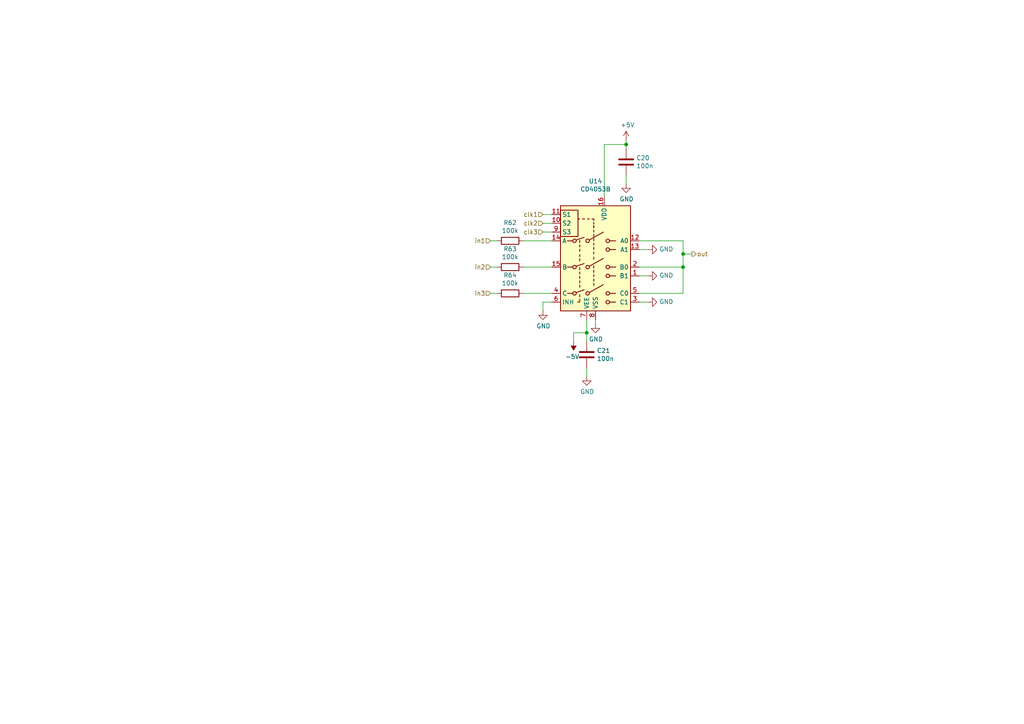
<source format=kicad_sch>
(kicad_sch (version 20231120) (generator "eeschema") (generator_version "8.0")
  (paper "A4")
  (lib_symbols
    (symbol "Analog_Switch:CD4053B"
      (property "Reference" "U" (at -10.16 16.51 0))
      (property "Value" "CD4053B" (at 3.81 16.51 0))
      (symbol "CD4053B_0_1"
        (rectangle (start -10.16 6.35) (end -5.08 13.97) (stroke (width 0.254)))
        (rectangle (start -10.16 15.24) (end 10.16 -15.24) (stroke (width 0.254)) (fill (type background)))
        (circle (center -6.096 -10.16) (radius 0.508) (stroke (width 0.254)))
        (circle (center -6.096 -2.54) (radius 0.508) (stroke (width 0.254)))
        (circle (center -6.096 5.08) (radius 0.508) (stroke (width 0.254)))
        (circle (center -2.286 -10.16) (radius 0.508) (stroke (width 0.254)))
        (circle (center -2.286 -2.54) (radius 0.508) (stroke (width 0.254)))
        (circle (center -2.286 5.08) (radius 0.508) (stroke (width 0.254)))
        (polyline (pts (xy -8.128 -10.16) (xy -6.604 -10.16)) (stroke (width 0.254)))
        (polyline (pts (xy -8.128 -2.54) (xy -6.604 -2.54)) (stroke (width 0.254)))
        (polyline (pts (xy -8.128 5.08) (xy -6.604 5.08)) (stroke (width 0.254)))
        (polyline (pts (xy -5.588 -9.906) (xy -3.302 -9.144)) (stroke (width 0.254)))
        (polyline (pts (xy -5.588 -2.286) (xy -3.302 -1.524)) (stroke (width 0.254)))
        (polyline (pts (xy -5.588 5.334) (xy -3.302 6.096)) (stroke (width 0.254)))
        (polyline (pts (xy -4.572 -12.7) (xy -5.207 -12.7)) (stroke (width 0.254)))
        (polyline (pts (xy -4.572 -12.446) (xy -4.572 -11.811)) (stroke (width 0.254)))
        (polyline (pts (xy -4.572 -11.176) (xy -4.572 -10.541)) (stroke (width 0.254)))
        (polyline (pts (xy -4.572 -8.382) (xy -4.572 -7.747)) (stroke (width 0.254)))
        (polyline (pts (xy -4.572 -7.112) (xy -4.572 -6.477)) (stroke (width 0.254)))
        (polyline (pts (xy -4.572 -5.842) (xy -4.572 -5.207)) (stroke (width 0.254)))
        (polyline (pts (xy -4.572 -4.572) (xy -4.572 -3.937)) (stroke (width 0.254)))
        (polyline (pts (xy -4.572 -3.302) (xy -4.572 -2.667)) (stroke (width 0.254)))
        (polyline (pts (xy -4.572 -0.762) (xy -4.572 -0.127)) (stroke (width 0.254)))
        (polyline (pts (xy -4.572 0.508) (xy -4.572 1.143)) (stroke (width 0.254)))
        (polyline (pts (xy -4.572 2.032) (xy -4.572 2.667)) (stroke (width 0.254)))
        (polyline (pts (xy -4.572 3.302) (xy -4.572 3.937)) (stroke (width 0.254)))
        (polyline (pts (xy -4.572 4.572) (xy -4.572 5.207)) (stroke (width 0.254)))
        (polyline (pts (xy -4.572 11.43) (xy -5.08 11.43)) (stroke (width 0.254)))
        (polyline (pts (xy -3.81 11.43) (xy -3.175 11.43)) (stroke (width 0.254)))
        (polyline (pts (xy -1.778 -9.906) (xy 2.286 -7.62)) (stroke (width 0.254)))
        (polyline (pts (xy -1.778 -2.286) (xy 2.286 0)) (stroke (width 0.254)))
        (polyline (pts (xy -1.778 5.334) (xy 2.286 7.62)) (stroke (width 0.254)))
        (polyline (pts (xy -1.778 11.43) (xy -2.286 11.43)) (stroke (width 0.254)))
        (polyline (pts (xy -0.508 -7.874) (xy -0.508 -7.239)) (stroke (width 0.254)))
        (polyline (pts (xy -0.508 -6.604) (xy -0.508 -5.969)) (stroke (width 0.254)))
        (polyline (pts (xy -0.508 -5.334) (xy -0.508 -4.699)) (stroke (width 0.254)))
        (polyline (pts (xy -0.508 -4.064) (xy -0.508 -3.429)) (stroke (width 0.254)))
        (polyline (pts (xy -0.508 -2.794) (xy -0.508 -2.159)) (stroke (width 0.254)))
        (polyline (pts (xy -0.508 -0.254) (xy -0.508 0.381)) (stroke (width 0.254)))
        (polyline (pts (xy -0.508 1.27) (xy -0.508 1.905)) (stroke (width 0.254)))
        (polyline (pts (xy -0.508 2.54) (xy -0.508 3.175)) (stroke (width 0.254)))
        (polyline (pts (xy -0.508 3.81) (xy -0.508 4.445)) (stroke (width 0.254)))
        (polyline (pts (xy -0.508 5.08) (xy -0.508 5.715)) (stroke (width 0.254)))
        (polyline (pts (xy -0.508 6.35) (xy -0.508 6.985)) (stroke (width 0.254)))
        (polyline (pts (xy -0.508 7.62) (xy -0.508 8.255)) (stroke (width 0.254)))
        (polyline (pts (xy -0.508 8.89) (xy -0.508 9.398)) (stroke (width 0.254)))
        (polyline (pts (xy -0.508 8.89) (xy -0.508 9.525)) (stroke (width 0.254)))
        (polyline (pts (xy -0.508 9.906) (xy -0.508 10.414)) (stroke (width 0.254)))
        (polyline (pts (xy -0.508 10.922) (xy -0.508 11.43)) (stroke (width 0.254)))
        (polyline (pts (xy -0.508 11.43) (xy -1.016 11.43)) (stroke (width 0.254)))
        (polyline (pts (xy 4.064 -12.7) (xy 5.842 -12.7)) (stroke (width 0.254)))
        (polyline (pts (xy 4.064 -10.16) (xy 5.842 -10.16)) (stroke (width 0.254)))
        (polyline (pts (xy 4.064 -5.08) (xy 5.842 -5.08)) (stroke (width 0.254)))
        (polyline (pts (xy 4.064 -2.54) (xy 5.842 -2.54)) (stroke (width 0.254)))
        (polyline (pts (xy 4.064 2.54) (xy 5.842 2.54)) (stroke (width 0.254)))
        (polyline (pts (xy 4.064 5.08) (xy 5.842 5.08)) (stroke (width 0.254)))
        (circle (center 3.556 -12.7) (radius 0.508) (stroke (width 0.254)))
        (circle (center 3.556 -10.16) (radius 0.508) (stroke (width 0.254)))
        (circle (center 3.556 -5.08) (radius 0.508) (stroke (width 0.254)))
        (circle (center 3.556 -2.54) (radius 0.508) (stroke (width 0.254)))
        (circle (center 3.556 2.54) (radius 0.508) (stroke (width 0.254)))
        (circle (center 3.556 5.08) (radius 0.508) (stroke (width 0.254)))
      )
      (symbol "CD4053B_1_1"
        (pin bidirectional line (at 12.7 -5.08 180) (length 2.54) (name "B1") (number "1"))
        (pin input line (at -12.7 10.16 0) (length 2.54) (name "S2") (number "10"))
        (pin input line (at -12.7 12.7 0) (length 2.54) (name "S1") (number "11"))
        (pin bidirectional line (at 12.7 5.08 180) (length 2.54) (name "A0") (number "12"))
        (pin bidirectional line (at 12.7 2.54 180) (length 2.54) (name "A1") (number "13"))
        (pin bidirectional line (at -12.7 5.08 0) (length 2.54) (name "A") (number "14"))
        (pin bidirectional line (at -12.7 -2.54 0) (length 2.54) (name "B") (number "15"))
        (pin power_in line (at 2.54 17.78 270) (length 2.54) (name "VDD") (number "16"))
        (pin bidirectional line (at 12.7 -2.54 180) (length 2.54) (name "B0") (number "2"))
        (pin bidirectional line (at 12.7 -12.7 180) (length 2.54) (name "C1") (number "3"))
        (pin bidirectional line (at -12.7 -10.16 0) (length 2.54) (name "C") (number "4"))
        (pin bidirectional line (at 12.7 -10.16 180) (length 2.54) (name "C0") (number "5"))
        (pin input line (at -12.7 -12.7 0) (length 2.54) (name "INH") (number "6"))
        (pin power_in line (at -2.54 -17.78 90) (length 2.54) (name "VEE") (number "7"))
        (pin power_in line (at 0 -17.78 90) (length 2.54) (name "VSS") (number "8"))
        (pin input line (at -12.7 7.62 0) (length 2.54) (name "S3") (number "9"))
      )
    )
    (symbol "Device:C" (pin_numbers hide) (pin_names (offset 0.254))
      (property "Reference" "C" (at 0.635 2.54 0))
      (property "Value" "C" (at 0.635 -2.54 0))
      (symbol "C_0_1"
        (polyline (pts (xy -2.032 -0.762) (xy 2.032 -0.762)) (stroke (width 0.508)))
        (polyline (pts (xy -2.032 0.762) (xy 2.032 0.762)) (stroke (width 0.508)))
      )
      (symbol "C_1_1"
        (pin passive line (at 0 3.81 270) (length 2.794) (name "~") (number "1"))
        (pin passive line (at 0 -3.81 90) (length 2.794) (name "~") (number "2"))
      )
    )
    (symbol "Device:R" (pin_numbers hide) (pin_names (offset 0))
      (property "Reference" "R" (at 2.032 0 90))
      (property "Value" "R" (at 0 0 90))
      (symbol "R_0_1"
        (rectangle (start -1.016 -2.54) (end 1.016 2.54) (stroke (width 0.254)))
      )
      (symbol "R_1_1"
        (pin passive line (at 0 3.81 270) (length 1.27) (name "~") (number "1"))
        (pin passive line (at 0 -3.81 90) (length 1.27) (name "~") (number "2"))
      )
    )
    (symbol "power:+5V" (power) (pin_names (offset 0))
      (property "Value" "+5V" (at 0 3.556 0))
      (symbol "+5V_0_1"
        (polyline (pts (xy -0.762 1.27) (xy 0 2.54)))
        (polyline (pts (xy 0 0) (xy 0 2.54)))
        (polyline (pts (xy 0 2.54) (xy 0.762 1.27)))
      )
      (symbol "+5V_1_1"
        (pin power_in line (at 0 0 90) (length 0) hide (name "+5V") (number "1"))
      )
    )
    (symbol "power:-5V" (power) (pin_names (offset 0))
      (property "Value" "-5V" (at 0 3.81 0))
      (symbol "-5V_0_0"
        (pin power_in line (at 0 0 90) (length 0) hide (name "-5V") (number "1"))
      )
      (symbol "-5V_0_1"
        (polyline (pts (xy 0 0) (xy 0 1.27) (xy 0.762 1.27) (xy 0 2.54) (xy -0.762 1.27) (xy 0 1.27)) (fill (type outline)))
      )
    )
    (symbol "power:GND" (power) (pin_names (offset 0))
      (property "Value" "GND" (at 0 -3.81 0))
      (symbol "GND_0_1"
        (polyline (pts (xy 0 0) (xy 0 -1.27) (xy 1.27 -1.27) (xy 0 -2.54) (xy -1.27 -1.27) (xy 0 -1.27)))
      )
      (symbol "GND_1_1"
        (pin power_in line (at 0 0 270) (length 0) hide (name "GND") (number "1"))
      )
    )
  )
  (junction (at 181.61 41.91))
  (junction (at 170.18 96.52))
  (junction (at 198.12 77.47))
  (junction (at 198.12 73.66))
  (wire (pts (xy 187.96 87.63) (xy 185.42 87.63)))
  (wire (pts (xy 185.42 80.01) (xy 187.96 80.01)))
  (wire (pts (xy 170.18 96.52) (xy 170.18 92.71)))
  (wire (pts (xy 157.48 90.17) (xy 157.48 87.63)))
  (wire (pts (xy 151.765 69.85) (xy 160.02 69.85)))
  (wire (pts (xy 181.61 41.91) (xy 181.61 43.18)))
  (wire (pts (xy 157.48 62.23) (xy 160.02 62.23)))
  (wire (pts (xy 172.72 93.98) (xy 172.72 92.71)))
  (wire (pts (xy 200.66 73.66) (xy 198.12 73.66)))
  (wire (pts (xy 181.61 41.91) (xy 175.26 41.91)))
  (wire (pts (xy 142.24 77.47) (xy 144.145 77.47)))
  (wire (pts (xy 170.18 109.22) (xy 170.18 106.68)))
  (wire (pts (xy 157.48 67.31) (xy 160.02 67.31)))
  (wire (pts (xy 142.24 85.09) (xy 144.145 85.09)))
  (wire (pts (xy 185.42 85.09) (xy 198.12 85.09)))
  (wire (pts (xy 187.96 72.39) (xy 185.42 72.39)))
  (wire (pts (xy 198.12 69.85) (xy 198.12 73.66)))
  (wire (pts (xy 185.42 77.47) (xy 198.12 77.47)))
  (wire (pts (xy 157.48 87.63) (xy 160.02 87.63)))
  (wire (pts (xy 166.37 99.06) (xy 166.37 96.52)))
  (wire (pts (xy 175.26 57.15) (xy 175.26 41.91)))
  (wire (pts (xy 181.61 53.34) (xy 181.61 50.8)))
  (wire (pts (xy 198.12 73.66) (xy 198.12 77.47)))
  (wire (pts (xy 198.12 77.47) (xy 198.12 85.09)))
  (wire (pts (xy 181.61 40.64) (xy 181.61 41.91)))
  (wire (pts (xy 185.42 69.85) (xy 198.12 69.85)))
  (wire (pts (xy 157.48 64.77) (xy 160.02 64.77)))
  (wire (pts (xy 142.24 69.85) (xy 144.145 69.85)))
  (wire (pts (xy 170.18 99.06) (xy 170.18 96.52)))
  (wire (pts (xy 151.765 77.47) (xy 160.02 77.47)))
  (wire (pts (xy 166.37 96.52) (xy 170.18 96.52)))
  (wire (pts (xy 151.765 85.09) (xy 160.02 85.09)))
  (hierarchical_label "out" (shape output) (at 200.66 73.66 0))
  (hierarchical_label "clk2" (shape input) (at 157.48 64.77 180))
  (hierarchical_label "in1" (shape input) (at 142.24 69.85 180))
  (hierarchical_label "in2" (shape input) (at 142.24 77.47 180))
  (hierarchical_label "clk1" (shape input) (at 157.48 62.23 180))
  (hierarchical_label "clk3" (shape input) (at 157.48 67.31 180))
  (hierarchical_label "in3" (shape input) (at 142.24 85.09 180))
  (symbol (lib_id "Analog_Switch:CD4053B") (at 172.72 74.93 0) (unit 1)
    (property "Reference" "U14" (at 172.72 52.5526 0))
    (property "Value" "CD4053B" (at 172.72 54.864 0))
    (property "Footprint" "Package_SO:SOP-16_3.9x9.9mm_P1.27mm" (effects (hide yes)))
    (property "Datasheet" "http://www.ti.com/lit/ds/symlink/cd4052b.pdf" (effects (hide yes)))
  )
  (symbol (lib_id "power:GND") (at 187.96 72.39 90) (unit 1)
    (property "Reference" "#PWR0174" (effects (hide yes)))
    (property "Value" "GND" (at 191.2112 72.263 90) (effects (justify right)))
  )
  (symbol (lib_id "power:GND") (at 187.96 80.01 90) (unit 1)
    (property "Reference" "#PWR0175" (effects (hide yes)))
    (property "Value" "GND" (at 191.2112 79.883 90) (effects (justify right)))
  )
  (symbol (lib_id "power:GND") (at 187.96 87.63 90) (unit 1)
    (property "Reference" "#PWR0176" (effects (hide yes)))
    (property "Value" "GND" (at 191.2112 87.503 90) (effects (justify right)))
  )
  (symbol (lib_id "power:GND") (at 172.72 93.98 0) (unit 1)
    (property "Reference" "#PWR0177" (effects (hide yes)))
    (property "Value" "GND" (at 172.847 98.3742 0))
  )
  (symbol (lib_id "power:-5V") (at 166.37 99.06 180) (unit 1)
    (property "Reference" "#PWR0178" (effects (hide yes)))
    (property "Value" "-5V" (at 165.989 103.4542 0))
  )
  (symbol (lib_id "power:+5V") (at 181.61 40.64 0) (unit 1)
    (property "Reference" "#PWR0179" (effects (hide yes)))
    (property "Value" "+5V" (at 181.991 36.2458 0))
  )
  (symbol (lib_id "Device:C") (at 181.61 46.99 0) (unit 1)
    (property "Reference" "C20" (at 184.531 45.8216 0) (effects (justify left)))
    (property "Value" "100n" (at 184.531 48.133 0) (effects (justify left)))
    (property "Footprint" "Capacitor_SMD:C_0603_1608Metric" (effects (hide yes)))
  )
  (symbol (lib_id "power:GND") (at 181.61 53.34 0) (unit 1)
    (property "Reference" "#PWR0180" (effects (hide yes)))
    (property "Value" "GND" (at 181.737 57.7342 0))
  )
  (symbol (lib_id "Device:C") (at 170.18 102.87 0) (unit 1)
    (property "Reference" "C21" (at 173.101 101.7016 0) (effects (justify left)))
    (property "Value" "100n" (at 173.101 104.013 0) (effects (justify left)))
    (property "Footprint" "Capacitor_SMD:C_0603_1608Metric" (effects (hide yes)))
  )
  (symbol (lib_id "power:GND") (at 170.18 109.22 0) (unit 1)
    (property "Reference" "#PWR0181" (effects (hide yes)))
    (property "Value" "GND" (at 170.307 113.6142 0))
  )
  (symbol (lib_id "power:GND") (at 157.48 90.17 0) (unit 1)
    (property "Reference" "#PWR0182" (effects (hide yes)))
    (property "Value" "GND" (at 157.607 94.5642 0))
  )
  (symbol (lib_id "Device:R") (at 147.955 69.85 270) (unit 1)
    (property "Reference" "R62" (at 147.955 64.5922 90))
    (property "Value" "100k" (at 147.955 66.9036 90))
    (property "Footprint" "Resistor_SMD:R_0603_1608Metric" (effects (hide yes)))
  )
  (symbol (lib_id "Device:R") (at 147.955 77.47 270) (unit 1)
    (property "Reference" "R63" (at 147.955 72.2122 90))
    (property "Value" "100k" (at 147.955 74.5236 90))
    (property "Footprint" "Resistor_SMD:R_0603_1608Metric" (effects (hide yes)))
  )
  (symbol (lib_id "Device:R") (at 147.955 85.09 270) (unit 1)
    (property "Reference" "R64" (at 147.955 79.8322 90))
    (property "Value" "100k" (at 147.955 82.1436 90))
    (property "Footprint" "Resistor_SMD:R_0603_1608Metric" (effects (hide yes)))
  )
)
</source>
